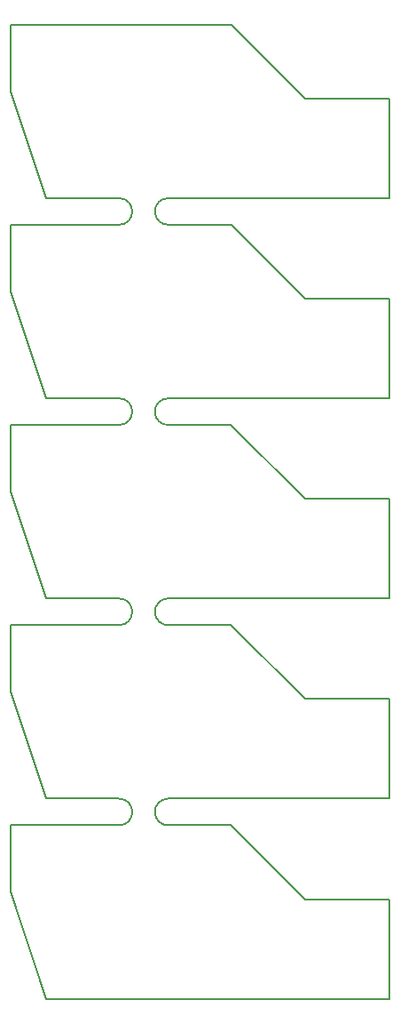
<source format=gm1>
G04 #@! TF.GenerationSoftware,KiCad,Pcbnew,5.0.0-fee4fd1~66~ubuntu16.04.1*
G04 #@! TF.CreationDate,2018-10-22T20:15:58+02:00*
G04 #@! TF.ProjectId,WiRoc_NanoPi_SideOledPCB_v1_Panelized,5769526F635F4E616E6F50695F536964,rev?*
G04 #@! TF.SameCoordinates,Original*
G04 #@! TF.FileFunction,Profile,NP*
%FSLAX46Y46*%
G04 Gerber Fmt 4.6, Leading zero omitted, Abs format (unit mm)*
G04 Created by KiCad (PCBNEW 5.0.0-fee4fd1~66~ubuntu16.04.1) date Mon Oct 22 20:15:58 2018*
%MOMM*%
%LPD*%
G01*
G04 APERTURE LIST*
%ADD10C,0.150000*%
G04 APERTURE END LIST*
D10*
X132638800Y-155131000D02*
G75*
G03X132638800Y-152591000I0J1270000D01*
G01*
X132638800Y-136065000D02*
G75*
G03X132638800Y-133525000I0J1270000D01*
G01*
X132638800Y-116999000D02*
G75*
G03X132638800Y-114459000I0J1270000D01*
G01*
X158470600Y-152591000D02*
X137337800Y-152591000D01*
X158470600Y-133525000D02*
X137337800Y-133525000D01*
X158470600Y-114459000D02*
X137337800Y-114459000D01*
X132638800Y-152591000D02*
X125720600Y-152591000D01*
X132638800Y-133525000D02*
X125720600Y-133525000D01*
X132638800Y-114459000D02*
X125720600Y-114459000D01*
X122275600Y-155131000D02*
X132638800Y-155131000D01*
X122275600Y-136065000D02*
X132638800Y-136065000D01*
X122275600Y-116999000D02*
X132638800Y-116999000D01*
X143420600Y-155131000D02*
X137337800Y-155131000D01*
X143420600Y-136065000D02*
X137337800Y-136065000D01*
X143420600Y-116999000D02*
X137337800Y-116999000D01*
X137417544Y-155128494D02*
G75*
G02X137337800Y-152591000I-79744J1267494D01*
G01*
X137417544Y-136062494D02*
G75*
G02X137337800Y-133525000I-79744J1267494D01*
G01*
X137417544Y-116996494D02*
G75*
G02X137337800Y-114459000I-79744J1267494D01*
G01*
X143420600Y-97933000D02*
X137337800Y-97933000D01*
X158470600Y-95393000D02*
X137337800Y-95393000D01*
X137417544Y-97930494D02*
G75*
G02X137337800Y-95393000I-79744J1267494D01*
G01*
X132638800Y-97933000D02*
G75*
G03X132638800Y-95393000I0J1270000D01*
G01*
X122275600Y-97933000D02*
X132638800Y-97933000D01*
X158470600Y-162171000D02*
X158470600Y-171657000D01*
X158470600Y-143105000D02*
X158470600Y-152591000D01*
X158470600Y-124039000D02*
X158470600Y-133525000D01*
X158470600Y-104973000D02*
X158470600Y-114459000D01*
X158470600Y-171657000D02*
X125720600Y-171657000D01*
X125720600Y-171657000D02*
X122275600Y-161481000D01*
X125720600Y-152591000D02*
X122275600Y-142415000D01*
X125720600Y-133525000D02*
X122275600Y-123349000D01*
X125720600Y-114459000D02*
X122275600Y-104283000D01*
X158420600Y-162171000D02*
X150420600Y-162171000D01*
X158420600Y-143105000D02*
X150420600Y-143105000D01*
X158420600Y-124039000D02*
X150420600Y-124039000D01*
X158420600Y-104973000D02*
X150420600Y-104973000D01*
X150420600Y-162171000D02*
X143420600Y-155171000D01*
X150420600Y-143105000D02*
X143420600Y-136105000D01*
X150420600Y-124039000D02*
X143420600Y-117039000D01*
X150420600Y-104973000D02*
X143420600Y-97973000D01*
X122275600Y-161481000D02*
X122275600Y-155131000D01*
X122275600Y-142415000D02*
X122275600Y-136065000D01*
X122275600Y-123349000D02*
X122275600Y-116999000D01*
X122275600Y-104283000D02*
X122275600Y-97933000D01*
X150420600Y-85907000D02*
X143420600Y-78907000D01*
X158420600Y-85907000D02*
X150420600Y-85907000D01*
X125720600Y-95393000D02*
X122275600Y-85217000D01*
X132638800Y-95393000D02*
X125720600Y-95393000D01*
X158470600Y-85907000D02*
X158470600Y-95393000D01*
X122275600Y-78867000D02*
X143420600Y-78867000D01*
X122275600Y-85217000D02*
X122275600Y-78867000D01*
M02*

</source>
